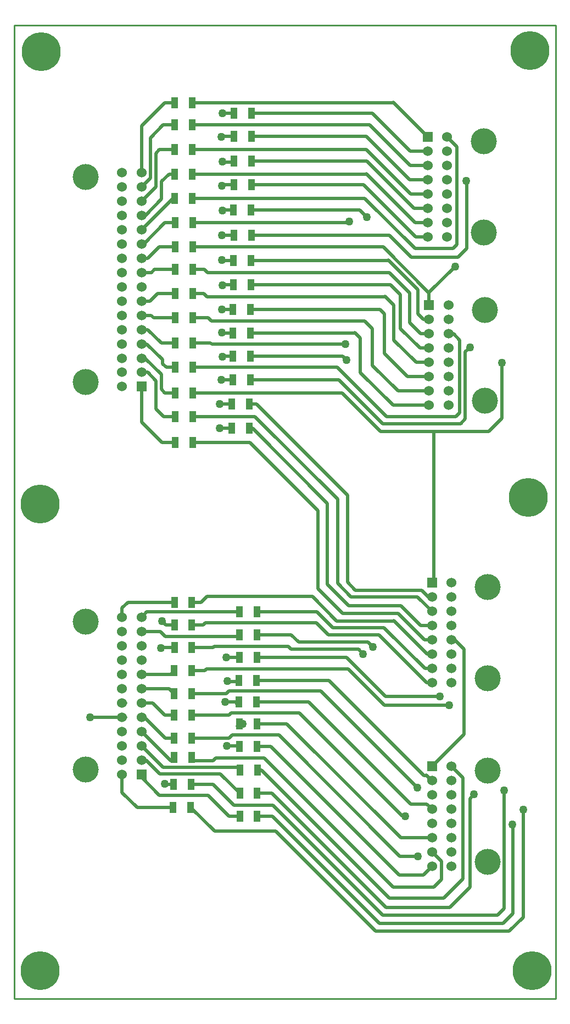
<source format=gtl>
G04 Layer_Physical_Order=1*
G04 Layer_Color=255*
%FSLAX25Y25*%
%MOIN*%
G70*
G01*
G75*
%ADD10R,0.04331X0.06693*%
%ADD11C,0.01968*%
%ADD12C,0.01000*%
%ADD13C,0.15748*%
%ADD14C,0.06000*%
%ADD15R,0.06000X0.06000*%
%ADD16C,0.23622*%
%ADD17C,0.05000*%
D10*
X293785Y343000D02*
D03*
X304415D02*
D03*
X333685Y335300D02*
D03*
X344315D02*
D03*
X293898Y423228D02*
D03*
X304528D02*
D03*
X333268Y417323D02*
D03*
X343898D02*
D03*
X293898Y409449D02*
D03*
X304528D02*
D03*
X333268Y431102D02*
D03*
X343898D02*
D03*
X293898Y437008D02*
D03*
X304528D02*
D03*
X333268Y403543D02*
D03*
X343898D02*
D03*
X293885Y395500D02*
D03*
X304515D02*
D03*
X333070Y389600D02*
D03*
X343700D02*
D03*
X293885Y381600D02*
D03*
X304515D02*
D03*
X333185Y376600D02*
D03*
X343815D02*
D03*
X293785Y368600D02*
D03*
X304415D02*
D03*
X333385Y363300D02*
D03*
X344015D02*
D03*
X333285Y349600D02*
D03*
X343915D02*
D03*
X293685Y354600D02*
D03*
X304315D02*
D03*
X330185Y733400D02*
D03*
X340815D02*
D03*
X294085Y740000D02*
D03*
X304715D02*
D03*
X294085Y726400D02*
D03*
X304715D02*
D03*
X329985Y719400D02*
D03*
X340615D02*
D03*
X294185Y711500D02*
D03*
X304815D02*
D03*
X329985Y704500D02*
D03*
X340615D02*
D03*
X294185Y696700D02*
D03*
X304815D02*
D03*
X330185Y690100D02*
D03*
X340815D02*
D03*
X294185Y682000D02*
D03*
X304815D02*
D03*
X329870Y674800D02*
D03*
X340500D02*
D03*
X294285Y667200D02*
D03*
X304915D02*
D03*
X329985Y659600D02*
D03*
X340615D02*
D03*
X294285Y652500D02*
D03*
X304915D02*
D03*
X329870Y644300D02*
D03*
X340500D02*
D03*
X294385Y638900D02*
D03*
X305015D02*
D03*
X329685Y629400D02*
D03*
X340315D02*
D03*
X294385Y624200D02*
D03*
X305015D02*
D03*
X329485Y614600D02*
D03*
X340115D02*
D03*
X294485Y609400D02*
D03*
X305115D02*
D03*
X329485Y600300D02*
D03*
X340115D02*
D03*
X294485Y594200D02*
D03*
X305115D02*
D03*
X329485Y586100D02*
D03*
X340115D02*
D03*
X294285Y579400D02*
D03*
X304915D02*
D03*
X329285Y571900D02*
D03*
X339915D02*
D03*
X294385Y563900D02*
D03*
X305015D02*
D03*
X328885Y557200D02*
D03*
X339515D02*
D03*
X294385Y549500D02*
D03*
X305015D02*
D03*
X328885Y542400D02*
D03*
X339515D02*
D03*
X294500Y533800D02*
D03*
X305130D02*
D03*
X293185Y312600D02*
D03*
X303815D02*
D03*
X293385Y326600D02*
D03*
X304015D02*
D03*
X333585Y307300D02*
D03*
X344215D02*
D03*
X333585Y321100D02*
D03*
X344215D02*
D03*
D11*
X448527Y617056D02*
Y624542D01*
X420569Y652500D02*
X448527Y624542D01*
X262205Y427953D02*
Y433465D01*
X265748Y437008D01*
X293898D01*
X293526Y423600D02*
X293898Y423228D01*
X274016Y419291D02*
X285409D01*
X288400Y416300D01*
X332245D01*
X333268Y417323D01*
X262205Y393307D02*
X262907D01*
X274016D02*
X291692D01*
X293885Y395500D01*
X262205Y384646D02*
X262746D01*
X332470Y389000D02*
X333070Y389600D01*
X274016Y384646D02*
X290839D01*
X293885Y381600D01*
X304515D02*
X325300D01*
X262205Y375984D02*
X264484D01*
X331785Y375200D02*
X333185Y376600D01*
X274016Y375984D02*
X280816D01*
X288200Y368600D01*
X293785D01*
X262205Y367323D02*
X264423D01*
X331985Y361900D02*
X333385Y363300D01*
X274016Y367323D02*
X275677D01*
X288400Y354600D01*
X293685D01*
X262205Y358661D02*
X263761D01*
X304415Y340900D02*
X317500D01*
X319000Y342400D01*
X348400D01*
X462038Y337556D02*
X468985Y330609D01*
X457385Y257500D02*
X468985Y269100D01*
Y330609D01*
X343915Y349600D02*
X352500D01*
X444901Y271600D02*
X450227Y276926D01*
X304315Y354600D02*
X327000D01*
X328900Y356500D01*
X357300D01*
X450227Y285587D02*
X456085Y279729D01*
X451385Y264100D02*
X456085Y268800D01*
Y279729D01*
X344015Y363300D02*
X362100D01*
X431251Y294149D01*
X304415Y368600D02*
X327200D01*
X328500Y369900D01*
X369800D01*
X343815Y376600D02*
X375300D01*
X437300Y314600D01*
X447098Y314700D02*
X450227Y311572D01*
X325300Y381600D02*
X327000Y383300D01*
X382800D01*
X446821Y332100D02*
X450027Y328894D01*
X462038Y414210D02*
X464075D01*
X469685Y408600D01*
Y357014D02*
Y408600D01*
X450227Y337556D02*
X469685Y357014D01*
X274016Y725916D02*
X288100Y740000D01*
X294085D01*
X287100Y726400D02*
X294085D01*
X262205Y671654D02*
X263053D01*
X329485Y704000D02*
X329985Y704500D01*
X290700Y696700D02*
X294185D01*
X284800Y711500D02*
X294185D01*
X274016Y688976D02*
X279400Y694361D01*
Y718700D01*
X287100Y726400D01*
X286100Y692100D02*
X290700Y696700D01*
X274016Y671654D02*
X276354D01*
X286100Y681400D01*
Y692100D01*
X262205Y662992D02*
X262992D01*
X274016Y697638D02*
Y725916D01*
Y662992D02*
X293024Y682000D01*
X294185D01*
X274016Y680315D02*
X282600Y688899D01*
Y709300D01*
X284800Y711500D01*
X274016Y654331D02*
X275331D01*
X288200Y667200D01*
X294285D01*
X274016Y645669D02*
X277869D01*
X284700Y652500D01*
X294285D01*
X274016Y637008D02*
X279908D01*
X281800Y638900D01*
X294385D01*
X274016Y619685D02*
X279185D01*
X283700Y624200D01*
X294385D01*
X274016Y611024D02*
X279876D01*
X281500Y609400D01*
X294485D01*
X274016Y602362D02*
X277738D01*
X285900Y594200D01*
X294485D01*
X274016Y593701D02*
X277199D01*
X286700Y584200D01*
Y581700D02*
Y584200D01*
Y581700D02*
X289000Y579400D01*
X294285D01*
X274016Y585039D02*
X276061D01*
X285900Y575200D01*
Y566200D02*
Y575200D01*
Y566200D02*
X288200Y563900D01*
X294385D01*
X274016Y576378D02*
X277622D01*
X282700Y571300D01*
Y554100D02*
Y571300D01*
Y554100D02*
X287300Y549500D01*
X294385D01*
X274016Y546184D02*
Y567717D01*
Y546184D02*
X286400Y533800D01*
X294500D01*
X322900Y733400D02*
X330185D01*
X323400Y704000D02*
X329485D01*
X323200Y704200D02*
X323400Y704000D01*
X323000Y690100D02*
X330185D01*
X322600Y689700D02*
X323000Y690100D01*
X323100Y674800D02*
X329870D01*
X323000Y674700D02*
X323100Y674800D01*
X323000Y659600D02*
X329985D01*
X322800Y659400D02*
X323000Y659600D01*
X322900Y644300D02*
X329870D01*
X322800Y644400D02*
X322900Y644300D01*
X321600Y542400D02*
X328885D01*
X321500Y542500D02*
X321600Y542400D01*
X322500Y571900D02*
X329285D01*
X322400Y571800D02*
X322500Y571900D01*
X323000Y586100D02*
X329485D01*
X322900Y586000D02*
X323000Y586100D01*
X322700Y600300D02*
X329485D01*
X322600Y600400D02*
X322700Y600300D01*
X322800Y614600D02*
X329485D01*
X323300Y629400D02*
X329685D01*
X323000Y629100D02*
X323300Y629400D01*
X288672Y423228D02*
X293898D01*
X274016Y427953D02*
X277165Y431102D01*
X333268D01*
X286400Y425500D02*
X288672Y423228D01*
X286049Y409449D02*
X293898D01*
X285800Y409200D02*
X286049Y409449D01*
X325557Y403543D02*
X333268D01*
X325500Y403600D02*
X325557Y403543D01*
X326200Y389000D02*
X332470D01*
X325900Y389300D02*
X326200Y389000D01*
X324700Y376600D02*
X333185D01*
X274016Y358661D02*
X291777Y340900D01*
X293785D01*
X274016Y341339D02*
X276661D01*
X288300Y326600D02*
X293385D01*
X288000Y326900D02*
X288300Y326600D01*
X274016Y330784D02*
X284800Y320000D01*
X274016Y330784D02*
Y332677D01*
X271300Y312600D02*
X293185D01*
X262205Y321695D02*
X271300Y312600D01*
X262205Y321695D02*
Y332677D01*
X426783Y740100D02*
X447727Y719156D01*
X414085Y733500D02*
X437090Y710495D01*
X447727D01*
X412285Y726500D02*
X436952Y701833D01*
X447727D01*
X410285Y719500D02*
X436613Y693172D01*
X447727D01*
X410385Y711600D02*
X437475Y684510D01*
X447727D01*
X439436Y675849D02*
X447727D01*
X410685Y704600D02*
X439436Y675849D01*
X410385Y696800D02*
X439998Y667187D01*
X447727D01*
X408785Y690200D02*
X440459Y658526D01*
X447727D01*
X440085Y651400D02*
X462985D01*
X465485Y653900D01*
Y713209D01*
X459538Y719156D02*
X465485Y713209D01*
X406385Y674900D02*
X410885Y670400D01*
X424285Y659700D02*
X437885Y646100D01*
X465985D01*
X471285Y651400D01*
Y692400D01*
X471085Y692600D02*
X471285Y692400D01*
X448527Y624742D02*
X464485Y640700D01*
X305015Y638900D02*
X312100D01*
X314200Y636800D01*
X423685Y644400D02*
X441585Y626500D01*
Y611800D02*
Y626500D01*
Y611800D02*
X444990Y608394D01*
X448527D01*
X424285Y636900D02*
X436585Y624600D01*
Y606500D02*
Y624600D01*
Y606500D02*
X443352Y599733D01*
X448527D01*
X425185Y629500D02*
X431185Y623500D01*
Y602800D02*
Y623500D01*
Y602800D02*
X442913Y591072D01*
X448527D01*
X305015Y624200D02*
X311700D01*
X313600Y622300D01*
X421785Y622400D02*
X427085Y617100D01*
Y595900D02*
Y617100D01*
Y595900D02*
X440575Y582410D01*
X448527D01*
X418785Y614700D02*
X421485Y612000D01*
Y587800D02*
Y612000D01*
Y587800D02*
X435536Y573749D01*
X448527D01*
X305115Y609400D02*
X314500D01*
X316300Y607600D01*
X409485Y607700D02*
X414185Y603000D01*
Y580600D02*
Y603000D01*
Y580600D02*
X429698Y565087D01*
X448527D01*
X406685Y576300D02*
X426559Y556426D01*
X448527D01*
X305115Y594200D02*
X315800D01*
X316600Y593400D01*
X396085Y586200D02*
X398285Y584000D01*
X406685Y576300D02*
Y597200D01*
X403485Y600400D02*
X406685Y597200D01*
X392785Y579500D02*
X422585Y549700D01*
X464785D01*
X467085Y552000D01*
Y595900D01*
X463252Y599733D02*
X467085Y595900D01*
X460338Y599733D02*
X463252D01*
X393585Y572000D02*
X420285Y545300D01*
X467585D01*
X470485Y548200D01*
Y588800D01*
X473385Y591700D01*
X395685Y564000D02*
X419185Y540500D01*
X484785D02*
X492885Y548600D01*
Y582300D01*
X451485Y450114D02*
Y540500D01*
X450227Y448856D02*
X451485Y450114D01*
X419185Y540500D02*
X451485D01*
X484785D01*
X305015Y549500D02*
X342800D01*
X392900Y499400D01*
Y448500D02*
Y499400D01*
X339515Y557200D02*
X343700D01*
X399000Y501900D01*
Y449100D02*
Y501900D01*
X339515Y542400D02*
X341400D01*
X386800Y497000D01*
Y447800D02*
Y497000D01*
X443513Y422872D02*
X450227D01*
X392900Y448500D02*
X401200Y440200D01*
X441460Y440300D02*
X450227Y431533D01*
X386800Y447800D02*
X399700Y434900D01*
X305130Y533800D02*
X339800D01*
X381200Y492400D01*
Y445100D02*
Y492400D01*
Y445100D02*
X396200Y430100D01*
X429685Y430200D02*
X445675Y414210D01*
X450227D01*
X304528Y437008D02*
X310208D01*
X313600Y440400D01*
X377800D01*
X392500Y425700D01*
X427185Y425800D02*
X447436Y405549D01*
X450227D01*
X343898Y431102D02*
X380498D01*
X390100Y421500D01*
X445898Y396887D02*
X450227D01*
X304528Y423228D02*
X311328D01*
X312600Y424500D01*
X380100D01*
X387400Y417200D01*
X421185Y421600D02*
X445898Y396887D01*
X418085Y417300D02*
X447159Y388226D01*
X450227D01*
X343898Y417323D02*
X364877D01*
X369400Y412800D01*
X411485Y412900D02*
X414385Y410000D01*
X304528Y409449D02*
X317349D01*
X318200Y410300D01*
X362900D01*
X364800Y408400D01*
X405585Y408500D02*
X408385Y405700D01*
X304515Y395500D02*
X312400D01*
X313300Y396400D01*
X398542Y403643D02*
X422185Y380000D01*
X454985D01*
X399385Y396500D02*
X421485Y374400D01*
X460885D01*
X344315Y335300D02*
X346700D01*
X424500Y257500D01*
X344215Y321100D02*
X353100D01*
X422300Y251900D01*
X461185D02*
X473385Y264100D01*
Y317900D01*
X475885Y320400D01*
X304015Y326600D02*
X317300D01*
X329900Y314000D01*
X353800D01*
X420500Y247300D01*
X490185D02*
X493985Y251100D01*
Y322800D01*
X284800Y320000D02*
X314500D01*
X327200Y307300D01*
X333585D01*
X344215D02*
X353400D01*
X418400Y242300D01*
X493485D02*
X499385Y248200D01*
Y302000D01*
X499185Y302200D02*
X499385Y302000D01*
X303815Y312600D02*
X318315Y298100D01*
X355300D01*
X416000Y237400D01*
X497185D02*
X505785Y246000D01*
Y311200D01*
X401200Y440200D02*
X441360D01*
X441460Y440300D01*
X399700Y434900D02*
X431485D01*
X443513Y422872D01*
X396200Y430100D02*
X429585D01*
X429685Y430200D01*
X392500Y425700D02*
X427085D01*
X427185Y425800D01*
X390100Y421500D02*
X421085D01*
X421185Y421600D01*
X387400Y417200D02*
X417985D01*
X418085Y417300D01*
X369400Y412800D02*
X411385D01*
X411485Y412900D01*
X364800Y408400D02*
X405485D01*
X405585Y408500D01*
X343898Y403543D02*
X398442D01*
X398542Y403643D01*
X313300Y396400D02*
X399285D01*
X399385Y396500D01*
X382800Y383300D02*
X441500Y324600D01*
X343700Y389600D02*
X387800D01*
X445400Y332000D01*
X446900D01*
X437300Y314600D02*
X446998D01*
X447098Y314700D01*
X369800Y369900D02*
X432400Y307300D01*
X433900D01*
X357300Y356500D02*
X430800Y283000D01*
X441600D01*
X431251Y294149D02*
X450127D01*
X450227Y294249D01*
X430500Y271600D02*
X444901D01*
X352500Y349600D02*
X430500Y271600D01*
X426700Y264100D02*
X451385D01*
X348400Y342400D02*
X426700Y264100D01*
X424500Y257500D02*
X457385D01*
X422300Y251900D02*
X461185D01*
X420500Y247300D02*
X490185D01*
X418400Y242300D02*
X493485D01*
X416000Y237400D02*
X497185D01*
X304715Y740000D02*
X426683D01*
X426783Y740100D01*
X340815Y733400D02*
X413985D01*
X414085Y733500D01*
X304715Y726400D02*
X412185D01*
X412285Y726500D01*
X340615Y719400D02*
X410185D01*
X410285Y719500D01*
X304815Y711500D02*
X410285D01*
X410385Y711600D01*
X340615Y704500D02*
X410585D01*
X410685Y704600D01*
X304815Y696700D02*
X410285D01*
X410385Y696800D01*
X340815Y690100D02*
X408685D01*
X408785Y690200D01*
X304815Y682000D02*
X409485D01*
X440085Y651400D01*
X340500Y674800D02*
X406285D01*
X406385Y674900D01*
X304915Y667200D02*
X399285D01*
X399985Y667900D01*
X340615Y659600D02*
X424185D01*
X424285Y659700D01*
X304915Y652500D02*
X420569D01*
X340500Y644300D02*
X423585D01*
X423685Y644400D01*
X314200Y636800D02*
X424185D01*
X424285Y636900D01*
X340315Y629400D02*
X425085D01*
X425185Y629500D01*
X313600Y622300D02*
X421685D01*
X421785Y622400D01*
X340115Y614600D02*
X418685D01*
X418785Y614700D01*
X316300Y607600D02*
X409385D01*
X409485Y607700D01*
X340115Y600300D02*
X403385D01*
X403485Y600400D01*
X316600Y593400D02*
X397585D01*
X397685Y593500D01*
X340115Y586100D02*
X395985D01*
X396085Y586200D01*
X304915Y579400D02*
X392685D01*
X392785Y579500D01*
X339915Y571900D02*
X393485D01*
X393585Y572000D01*
X305015Y563900D02*
X395585D01*
X395685Y564000D01*
X274016Y350000D02*
X287216Y336800D01*
X332185D01*
X333685Y335300D01*
X276661Y341339D02*
X285100Y332900D01*
X321785D01*
X333585Y321100D01*
X242723Y367323D02*
X262205D01*
X444061Y444239D02*
X448105Y440195D01*
X450227D01*
X399000Y449100D02*
X403861Y444239D01*
X444061D01*
X321500Y557300D02*
X321600Y557200D01*
X328885D01*
X322500Y719200D02*
X322700Y719400D01*
X329985D01*
X332985Y349900D02*
X333285Y349600D01*
X325600Y349900D02*
X332985D01*
D12*
X242700Y367300D02*
X242723Y367323D01*
X525400Y787000D02*
X525500Y786900D01*
X196800Y787000D02*
X525400D01*
X525500Y196600D02*
Y786900D01*
X196800Y196500D02*
X525400D01*
X525500Y196600D01*
X196800Y196500D02*
Y787000D01*
D13*
X240158Y694882D02*
D03*
Y570472D02*
D03*
Y425197D02*
D03*
Y335433D02*
D03*
X484085Y446100D02*
D03*
Y390982D02*
D03*
Y334800D02*
D03*
Y279682D02*
D03*
X482385Y614300D02*
D03*
Y559182D02*
D03*
X481585Y716400D02*
D03*
Y661282D02*
D03*
D14*
X262205Y567717D02*
D03*
Y576378D02*
D03*
Y585039D02*
D03*
Y593701D02*
D03*
Y602362D02*
D03*
Y611024D02*
D03*
Y619685D02*
D03*
Y628346D02*
D03*
Y637008D02*
D03*
Y645669D02*
D03*
Y654331D02*
D03*
Y662992D02*
D03*
Y671654D02*
D03*
Y680315D02*
D03*
Y688976D02*
D03*
Y697638D02*
D03*
X274016D02*
D03*
Y688976D02*
D03*
Y680315D02*
D03*
Y671654D02*
D03*
Y662992D02*
D03*
Y654331D02*
D03*
Y645669D02*
D03*
Y637008D02*
D03*
Y628346D02*
D03*
Y619685D02*
D03*
Y611024D02*
D03*
Y602362D02*
D03*
Y593701D02*
D03*
Y585039D02*
D03*
Y576378D02*
D03*
Y341339D02*
D03*
Y350000D02*
D03*
Y358661D02*
D03*
Y367323D02*
D03*
Y375984D02*
D03*
Y384646D02*
D03*
Y393307D02*
D03*
Y401968D02*
D03*
Y410630D02*
D03*
Y419291D02*
D03*
Y427953D02*
D03*
X262205D02*
D03*
Y419291D02*
D03*
Y410630D02*
D03*
Y401968D02*
D03*
Y393307D02*
D03*
Y384646D02*
D03*
Y375984D02*
D03*
Y367323D02*
D03*
Y358661D02*
D03*
Y350000D02*
D03*
Y341339D02*
D03*
Y332677D02*
D03*
X450227Y440195D02*
D03*
Y431533D02*
D03*
Y422872D02*
D03*
Y414210D02*
D03*
Y405549D02*
D03*
Y396887D02*
D03*
Y388226D02*
D03*
X462038D02*
D03*
Y396887D02*
D03*
Y405549D02*
D03*
Y414210D02*
D03*
Y422872D02*
D03*
Y431533D02*
D03*
Y440195D02*
D03*
Y448856D02*
D03*
X450227Y328894D02*
D03*
Y320233D02*
D03*
Y311572D02*
D03*
Y302910D02*
D03*
Y294249D02*
D03*
Y285587D02*
D03*
Y276926D02*
D03*
X462038D02*
D03*
Y285587D02*
D03*
Y294249D02*
D03*
Y302910D02*
D03*
Y311572D02*
D03*
Y320233D02*
D03*
Y328894D02*
D03*
Y337556D02*
D03*
X448527Y608394D02*
D03*
Y599733D02*
D03*
Y591072D02*
D03*
Y582410D02*
D03*
Y573749D02*
D03*
Y565087D02*
D03*
Y556426D02*
D03*
X460338D02*
D03*
Y565087D02*
D03*
Y573749D02*
D03*
Y582410D02*
D03*
Y591072D02*
D03*
Y599733D02*
D03*
Y608394D02*
D03*
Y617056D02*
D03*
X447727Y710495D02*
D03*
Y701833D02*
D03*
Y693172D02*
D03*
Y684510D02*
D03*
Y675849D02*
D03*
Y667187D02*
D03*
Y658526D02*
D03*
X459538D02*
D03*
Y667187D02*
D03*
Y675849D02*
D03*
Y684510D02*
D03*
Y693172D02*
D03*
Y701833D02*
D03*
Y710495D02*
D03*
Y719156D02*
D03*
D15*
X274016Y567717D02*
D03*
Y332677D02*
D03*
X450227Y448856D02*
D03*
Y337556D02*
D03*
X448527Y617056D02*
D03*
X447727Y719156D02*
D03*
D16*
X213200Y770900D02*
D03*
X509800Y771600D02*
D03*
X508800Y500400D02*
D03*
X212400Y496400D02*
D03*
X511100Y213500D02*
D03*
X212400D02*
D03*
D17*
X322900Y733400D02*
D03*
X323200Y704200D02*
D03*
X322600Y689700D02*
D03*
X323000Y674700D02*
D03*
X322800Y659400D02*
D03*
Y644400D02*
D03*
X321500Y542500D02*
D03*
X322400Y571800D02*
D03*
X322900Y586000D02*
D03*
X322600Y600400D02*
D03*
X322800Y614600D02*
D03*
X323000Y629100D02*
D03*
X286400Y425500D02*
D03*
X285800Y409200D02*
D03*
X325500Y403600D02*
D03*
X325900Y389300D02*
D03*
X324700Y376600D02*
D03*
X288000Y326900D02*
D03*
X410885Y670400D02*
D03*
X399985Y667900D02*
D03*
X471085Y692600D02*
D03*
X464485Y640700D02*
D03*
X397685Y593500D02*
D03*
X398285Y584000D02*
D03*
X473385Y591700D02*
D03*
X492885Y582300D02*
D03*
X414385Y410000D02*
D03*
X408385Y405700D02*
D03*
X454985Y380000D02*
D03*
X460885Y374400D02*
D03*
X475885Y320400D02*
D03*
X493985Y322800D02*
D03*
X499185Y302200D02*
D03*
X505785Y311200D02*
D03*
X441500Y324600D02*
D03*
X433900Y307300D02*
D03*
X441600Y283000D02*
D03*
X242700Y367300D02*
D03*
X335500Y363100D02*
D03*
X321500Y557300D02*
D03*
X322500Y719200D02*
D03*
X325600Y349900D02*
D03*
M02*

</source>
